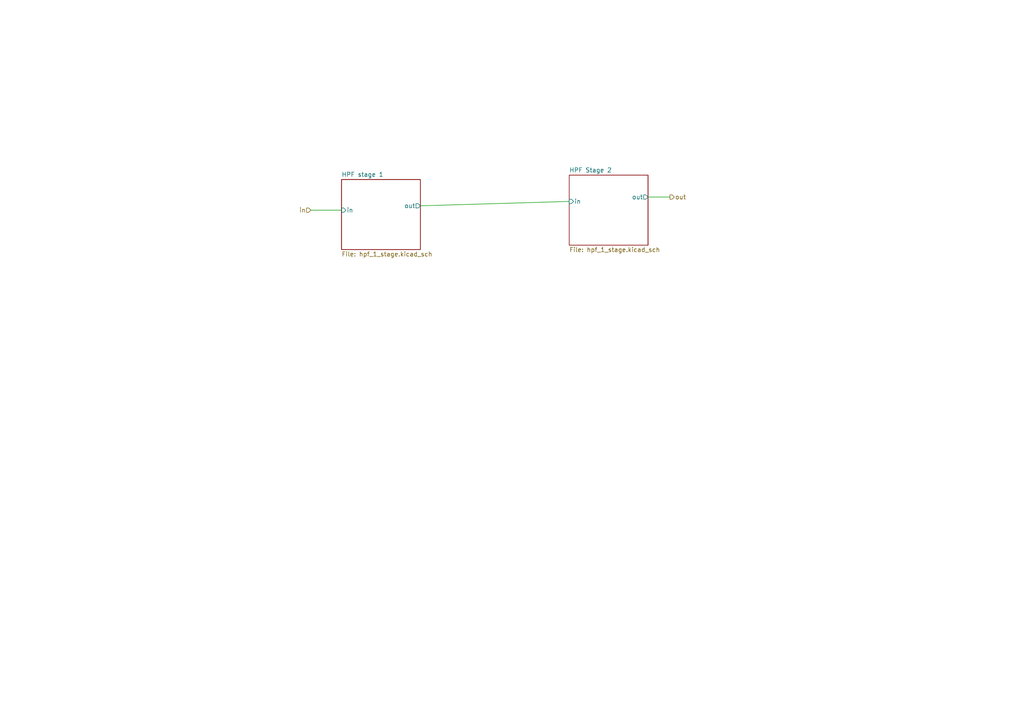
<source format=kicad_sch>
(kicad_sch (version 20230121) (generator eeschema)
  (paper "A4")
  (lib_symbols)
  (wire (pts (xy 121.92 59.69) (xy 165.1 58.42)))
  (wire (pts (xy 90.17 60.96) (xy 99.06 60.96)))
  (wire (pts (xy 187.96 57.15) (xy 194.31 57.15)))
  (hierarchical_label "in" (shape input) (at 90.17 60.96 180))
  (hierarchical_label "out" (shape output) (at 194.31 57.15 0))
  (sheet (at 165.1 50.8) (size 22.86 20.32) (stroke (width 0.1524))
    (property "Sheetname" "HPF Stage 2" (at 165.1 50.0884 0) (effects (justify left bottom)))
    (property "Sheetfile" "hpf_1_stage.kicad_sch" (at 165.1 71.7046 0) (effects (justify left top)))
    (pin "out" output (at 187.96 57.15 0))
    (pin "in" input (at 165.1 58.42 180))
  )
  (sheet (at 99.06 52.07) (size 22.86 20.32) (stroke (width 0.1524))
    (property "Sheetname" "HPF stage 1" (at 99.06 51.3584 0) (effects (justify left bottom)))
    (property "Sheetfile" "hpf_1_stage.kicad_sch" (at 99.06 72.9746 0) (effects (justify left top)))
    (pin "out" output (at 121.92 59.69 0))
    (pin "in" input (at 99.06 60.96 180))
  )
)
</source>
